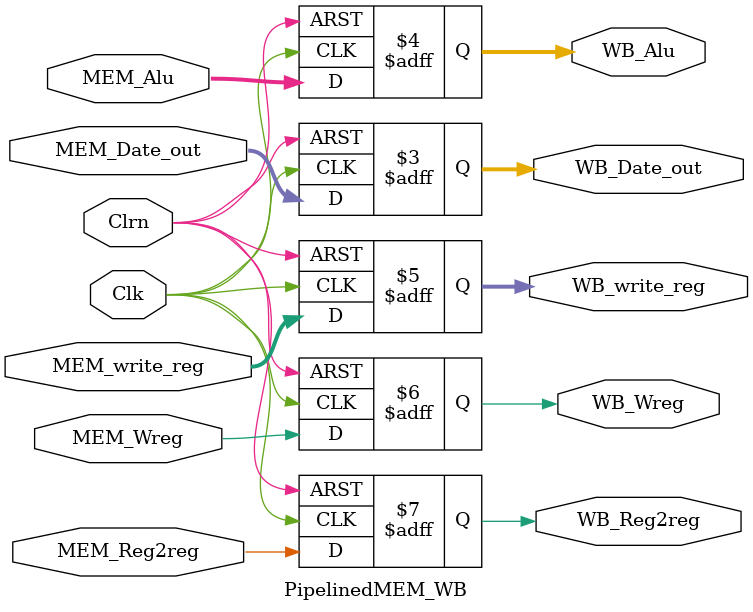
<source format=v>
`timescale 1ns / 1ps


module PipelinedMEM_WB(MEM_Wreg,MEM_Reg2reg,MEM_Date_out,MEM_Alu,MEM_write_reg,Clk,Clrn,
                             WB_Wreg,WB_Reg2reg,WB_Date_out,WB_Alu,WB_write_reg);
    input [31:0]MEM_Date_out,MEM_Alu;
    input [4:0] MEM_write_reg;
    input       MEM_Wreg,MEM_Reg2reg;
    input       Clk,Clrn;
    output [31:0]WB_Date_out,WB_Alu;
    output [4:0] WB_write_reg;
    output       WB_Wreg,WB_Reg2reg;
    reg [31:0]WB_Date_out,WB_Alu;
    reg [4:0] WB_write_reg;
    reg       WB_Wreg,WB_Reg2reg;
    always @(negedge Clrn or posedge Clk)
        if(Clrn == 0)//清零端为0，清零
          begin
            WB_Wreg <= 0;
            WB_Reg2reg <= 0;
            WB_Date_out <= 0;
            WB_Alu <= 0;
            WB_write_reg <= 0;
          end
        else
          begin//清零端不为0，进行赋值
            WB_Wreg <= MEM_Wreg;
            WB_Reg2reg <= MEM_Reg2reg;
            WB_Date_out <= MEM_Date_out;
            WB_Alu <= MEM_Alu;
            WB_write_reg <= MEM_write_reg;
          end
endmodule

</source>
